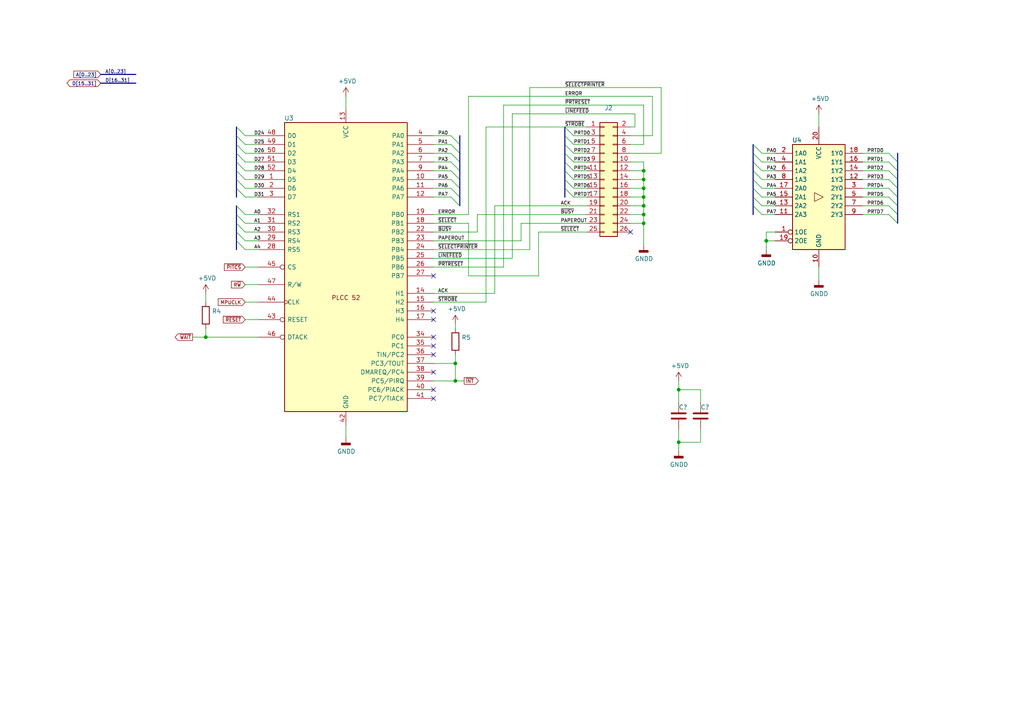
<source format=kicad_sch>
(kicad_sch (version 20211123) (generator eeschema)
  (paper "A4")
  (lib_symbols
    (symbol "74xx:74HC244"
      (property "Reference" "U" (at -7.62 16.51 0))
      (property "Value" "74HC244" (at -7.62 -16.51 0))
      (symbol "74HC244_1_0"
        (polyline (pts (xy 1.27 0) (xy -1.27 1.27) (xy -1.27 -1.27) (xy 1.27 0)) (stroke (width 0.1524)))
        (pin input inverted (at -12.7 -10.16 0) (length 5.08) (name "1OE") (number "1"))
        (pin power_in line (at 0 -20.32 90) (length 5.08) (name "GND") (number "10"))
        (pin input line (at -12.7 -5.08 0) (length 5.08) (name "2A3") (number "11"))
        (pin tri_state line (at 12.7 5.08 180) (length 5.08) (name "1Y3") (number "12"))
        (pin input line (at -12.7 -2.54 0) (length 5.08) (name "2A2") (number "13"))
        (pin tri_state line (at 12.7 7.62 180) (length 5.08) (name "1Y2") (number "14"))
        (pin input line (at -12.7 0 0) (length 5.08) (name "2A1") (number "15"))
        (pin tri_state line (at 12.7 10.16 180) (length 5.08) (name "1Y1") (number "16"))
        (pin input line (at -12.7 2.54 0) (length 5.08) (name "2A0") (number "17"))
        (pin tri_state line (at 12.7 12.7 180) (length 5.08) (name "1Y0") (number "18"))
        (pin input inverted (at -12.7 -12.7 0) (length 5.08) (name "2OE") (number "19"))
        (pin input line (at -12.7 12.7 0) (length 5.08) (name "1A0") (number "2"))
        (pin power_in line (at 0 20.32 270) (length 5.08) (name "VCC") (number "20"))
        (pin tri_state line (at 12.7 2.54 180) (length 5.08) (name "2Y0") (number "3"))
        (pin input line (at -12.7 10.16 0) (length 5.08) (name "1A1") (number "4"))
        (pin tri_state line (at 12.7 0 180) (length 5.08) (name "2Y1") (number "5"))
        (pin input line (at -12.7 7.62 0) (length 5.08) (name "1A2") (number "6"))
        (pin tri_state line (at 12.7 -2.54 180) (length 5.08) (name "2Y2") (number "7"))
        (pin input line (at -12.7 5.08 0) (length 5.08) (name "1A3") (number "8"))
        (pin tri_state line (at 12.7 -5.08 180) (length 5.08) (name "2Y3") (number "9"))
      )
      (symbol "74HC244_1_1"
        (rectangle (start -7.62 15.24) (end 7.62 -15.24) (stroke (width 0.254)) (fill (type background)))
      )
    )
    (symbol "Aslak:MC68230" (pin_names (offset 0.762))
      (property "Reference" "U" (at 0 3.81 0))
      (property "Value" "Aslak_MC68230" (at 0 -3.81 0))
      (symbol "MC68230_0_0"
        (text "PLCC 52" (at 0 -8.89 0) (effects (font (size 1.27 1.27))))
      )
      (symbol "MC68230_0_1"
        (rectangle (start -17.78 41.91) (end 17.78 -41.91) (stroke (width 0.254)) (fill (type background)))
      )
      (symbol "MC68230_1_1"
        (pin tri_state line (at -25.4 25.4 0) (length 7.62) (name "D5") (number "1"))
        (pin bidirectional line (at 25.4 25.4 180) (length 7.62) (name "PA5") (number "10"))
        (pin bidirectional line (at 25.4 22.86 180) (length 7.62) (name "PA6") (number "11"))
        (pin bidirectional line (at 25.4 20.32 180) (length 7.62) (name "PA7") (number "12"))
        (pin power_in line (at 0 45.72 270) (length 3.81) (name "VCC") (number "13"))
        (pin input line (at 25.4 -7.62 180) (length 7.62) (name "H1") (number "14"))
        (pin bidirectional line (at 25.4 -10.16 180) (length 7.62) (name "H2") (number "15"))
        (pin input line (at 25.4 -12.7 180) (length 7.62) (name "H3") (number "16"))
        (pin bidirectional line (at 25.4 -15.24 180) (length 7.62) (name "H4") (number "17"))
        (pin bidirectional line (at 25.4 12.7 180) (length 7.62) (name "PB1") (number "18"))
        (pin bidirectional line (at 25.4 15.24 180) (length 7.62) (name "PB0") (number "19"))
        (pin tri_state line (at -25.4 22.86 0) (length 7.62) (name "D6") (number "2"))
        (pin bidirectional line (at 25.4 10.16 180) (length 7.62) (name "PB2") (number "22"))
        (pin bidirectional line (at 25.4 7.62 180) (length 7.62) (name "PB3") (number "23"))
        (pin bidirectional line (at 25.4 5.08 180) (length 7.62) (name "PB4") (number "24"))
        (pin bidirectional line (at 25.4 2.54 180) (length 7.62) (name "PB5") (number "25"))
        (pin bidirectional line (at 25.4 0 180) (length 7.62) (name "PB6") (number "26"))
        (pin bidirectional line (at 25.4 -2.54 180) (length 7.62) (name "PB7") (number "27"))
        (pin input line (at -25.4 5.08 0) (length 7.62) (name "RS5") (number "28"))
        (pin input line (at -25.4 7.62 0) (length 7.62) (name "RS4") (number "29"))
        (pin tri_state line (at -25.4 20.32 0) (length 7.62) (name "D7") (number "3"))
        (pin input line (at -25.4 10.16 0) (length 7.62) (name "RS3") (number "30"))
        (pin input line (at -25.4 12.7 0) (length 7.62) (name "RS2") (number "31"))
        (pin input line (at -25.4 15.24 0) (length 7.62) (name "RS1") (number "32"))
        (pin bidirectional line (at 25.4 -20.32 180) (length 7.62) (name "PC0") (number "34"))
        (pin bidirectional line (at 25.4 -22.86 180) (length 7.62) (name "PC1") (number "35"))
        (pin bidirectional line (at 25.4 -25.4 180) (length 7.62) (name "TIN/PC2") (number "36"))
        (pin bidirectional line (at 25.4 -27.94 180) (length 7.62) (name "PC3/TOUT") (number "37"))
        (pin bidirectional line (at 25.4 -30.48 180) (length 7.62) (name "DMAREQ/PC4") (number "38"))
        (pin bidirectional line (at 25.4 -33.02 180) (length 7.62) (name "PC5/PIRQ") (number "39"))
        (pin bidirectional line (at 25.4 38.1 180) (length 7.62) (name "PA0") (number "4"))
        (pin bidirectional line (at 25.4 -35.56 180) (length 7.62) (name "PC6/PIACK") (number "40"))
        (pin bidirectional line (at 25.4 -38.1 180) (length 7.62) (name "PC7/TIACK") (number "41"))
        (pin power_in line (at 0 -45.72 90) (length 3.81) (name "GND") (number "42"))
        (pin input inverted (at -25.4 -15.24 0) (length 7.62) (name "RESET") (number "43"))
        (pin input clock (at -25.4 -10.16 0) (length 7.62) (name "CLK") (number "44"))
        (pin input inverted (at -25.4 0 0) (length 7.62) (name "CS") (number "45"))
        (pin open_collector inverted (at -25.4 -20.32 0) (length 7.62) (name "DTACK") (number "46"))
        (pin input line (at -25.4 -5.08 0) (length 7.62) (name "R/W") (number "47"))
        (pin tri_state line (at -25.4 38.1 0) (length 7.62) (name "D0") (number "48"))
        (pin tri_state line (at -25.4 35.56 0) (length 7.62) (name "D1") (number "49"))
        (pin bidirectional line (at 25.4 35.56 180) (length 7.62) (name "PA1") (number "5"))
        (pin tri_state line (at -25.4 33.02 0) (length 7.62) (name "D2") (number "50"))
        (pin tri_state line (at -25.4 30.48 0) (length 7.62) (name "D3") (number "51"))
        (pin tri_state line (at -25.4 27.94 0) (length 7.62) (name "D4") (number "52"))
        (pin bidirectional line (at 25.4 33.02 180) (length 7.62) (name "PA2") (number "6"))
        (pin bidirectional line (at 25.4 30.48 180) (length 7.62) (name "PA3") (number "7"))
        (pin bidirectional line (at 25.4 27.94 180) (length 7.62) (name "PA4") (number "9"))
      )
    )
    (symbol "Connector_Generic:Conn_02x13_Odd_Even" (pin_names (offset 1.016) hide)
      (property "Reference" "J" (at 1.27 17.78 0))
      (property "Value" "Conn_02x13_Odd_Even" (at 1.27 -17.78 0))
      (symbol "Conn_02x13_Odd_Even_1_1"
        (rectangle (start -1.27 -15.113) (end 0 -15.367) (stroke (width 0.1524)))
        (rectangle (start -1.27 -12.573) (end 0 -12.827) (stroke (width 0.1524)))
        (rectangle (start -1.27 -10.033) (end 0 -10.287) (stroke (width 0.1524)))
        (rectangle (start -1.27 -7.493) (end 0 -7.747) (stroke (width 0.1524)))
        (rectangle (start -1.27 -4.953) (end 0 -5.207) (stroke (width 0.1524)))
        (rectangle (start -1.27 -2.413) (end 0 -2.667) (stroke (width 0.1524)))
        (rectangle (start -1.27 0.127) (end 0 -0.127) (stroke (width 0.1524)))
        (rectangle (start -1.27 2.667) (end 0 2.413) (stroke (width 0.1524)))
        (rectangle (start -1.27 5.207) (end 0 4.953) (stroke (width 0.1524)))
        (rectangle (start -1.27 7.747) (end 0 7.493) (stroke (width 0.1524)))
        (rectangle (start -1.27 10.287) (end 0 10.033) (stroke (width 0.1524)))
        (rectangle (start -1.27 12.827) (end 0 12.573) (stroke (width 0.1524)))
        (rectangle (start -1.27 15.367) (end 0 15.113) (stroke (width 0.1524)))
        (rectangle (start -1.27 16.51) (end 3.81 -16.51) (stroke (width 0.254)) (fill (type background)))
        (rectangle (start 3.81 -15.113) (end 2.54 -15.367) (stroke (width 0.1524)))
        (rectangle (start 3.81 -12.573) (end 2.54 -12.827) (stroke (width 0.1524)))
        (rectangle (start 3.81 -10.033) (end 2.54 -10.287) (stroke (width 0.1524)))
        (rectangle (start 3.81 -7.493) (end 2.54 -7.747) (stroke (width 0.1524)))
        (rectangle (start 3.81 -4.953) (end 2.54 -5.207) (stroke (width 0.1524)))
        (rectangle (start 3.81 -2.413) (end 2.54 -2.667) (stroke (width 0.1524)))
        (rectangle (start 3.81 0.127) (end 2.54 -0.127) (stroke (width 0.1524)))
        (rectangle (start 3.81 2.667) (end 2.54 2.413) (stroke (width 0.1524)))
        (rectangle (start 3.81 5.207) (end 2.54 4.953) (stroke (width 0.1524)))
        (rectangle (start 3.81 7.747) (end 2.54 7.493) (stroke (width 0.1524)))
        (rectangle (start 3.81 10.287) (end 2.54 10.033) (stroke (width 0.1524)))
        (rectangle (start 3.81 12.827) (end 2.54 12.573) (stroke (width 0.1524)))
        (rectangle (start 3.81 15.367) (end 2.54 15.113) (stroke (width 0.1524)))
        (pin passive line (at -5.08 15.24 0) (length 3.81) (name "Pin_1") (number "1"))
        (pin passive line (at 7.62 5.08 180) (length 3.81) (name "Pin_10") (number "10"))
        (pin passive line (at -5.08 2.54 0) (length 3.81) (name "Pin_11") (number "11"))
        (pin passive line (at 7.62 2.54 180) (length 3.81) (name "Pin_12") (number "12"))
        (pin passive line (at -5.08 0 0) (length 3.81) (name "Pin_13") (number "13"))
        (pin passive line (at 7.62 0 180) (length 3.81) (name "Pin_14") (number "14"))
        (pin passive line (at -5.08 -2.54 0) (length 3.81) (name "Pin_15") (number "15"))
        (pin passive line (at 7.62 -2.54 180) (length 3.81) (name "Pin_16") (number "16"))
        (pin passive line (at -5.08 -5.08 0) (length 3.81) (name "Pin_17") (number "17"))
        (pin passive line (at 7.62 -5.08 180) (length 3.81) (name "Pin_18") (number "18"))
        (pin passive line (at -5.08 -7.62 0) (length 3.81) (name "Pin_19") (number "19"))
        (pin passive line (at 7.62 15.24 180) (length 3.81) (name "Pin_2") (number "2"))
        (pin passive line (at 7.62 -7.62 180) (length 3.81) (name "Pin_20") (number "20"))
        (pin passive line (at -5.08 -10.16 0) (length 3.81) (name "Pin_21") (number "21"))
        (pin passive line (at 7.62 -10.16 180) (length 3.81) (name "Pin_22") (number "22"))
        (pin passive line (at -5.08 -12.7 0) (length 3.81) (name "Pin_23") (number "23"))
        (pin passive line (at 7.62 -12.7 180) (length 3.81) (name "Pin_24") (number "24"))
        (pin passive line (at -5.08 -15.24 0) (length 3.81) (name "Pin_25") (number "25"))
        (pin passive line (at 7.62 -15.24 180) (length 3.81) (name "Pin_26") (number "26"))
        (pin passive line (at -5.08 12.7 0) (length 3.81) (name "Pin_3") (number "3"))
        (pin passive line (at 7.62 12.7 180) (length 3.81) (name "Pin_4") (number "4"))
        (pin passive line (at -5.08 10.16 0) (length 3.81) (name "Pin_5") (number "5"))
        (pin passive line (at 7.62 10.16 180) (length 3.81) (name "Pin_6") (number "6"))
        (pin passive line (at -5.08 7.62 0) (length 3.81) (name "Pin_7") (number "7"))
        (pin passive line (at 7.62 7.62 180) (length 3.81) (name "Pin_8") (number "8"))
        (pin passive line (at -5.08 5.08 0) (length 3.81) (name "Pin_9") (number "9"))
      )
    )
    (symbol "Device:C" (pin_numbers hide) (pin_names (offset 0.254))
      (property "Reference" "C" (at 0.635 2.54 0))
      (property "Value" "C" (at 0.635 -2.54 0))
      (symbol "C_0_1"
        (polyline (pts (xy -2.032 -0.762) (xy 2.032 -0.762)) (stroke (width 0.508)))
        (polyline (pts (xy -2.032 0.762) (xy 2.032 0.762)) (stroke (width 0.508)))
      )
      (symbol "C_1_1"
        (pin passive line (at 0 3.81 270) (length 2.794) (name "~") (number "1"))
        (pin passive line (at 0 -3.81 90) (length 2.794) (name "~") (number "2"))
      )
    )
    (symbol "Device:R" (pin_numbers hide) (pin_names (offset 0))
      (property "Reference" "R" (at 2.032 0 90))
      (property "Value" "R" (at 0 0 90))
      (symbol "R_0_1"
        (rectangle (start -1.016 -2.54) (end 1.016 2.54) (stroke (width 0.254)))
      )
      (symbol "R_1_1"
        (pin passive line (at 0 3.81 270) (length 1.27) (name "~") (number "1"))
        (pin passive line (at 0 -3.81 90) (length 1.27) (name "~") (number "2"))
      )
    )
    (symbol "power:+5VD" (power) (pin_names (offset 0))
      (property "Value" "+5VD" (at 0 3.556 0))
      (symbol "+5VD_0_1"
        (polyline (pts (xy -0.762 1.27) (xy 0 2.54)))
        (polyline (pts (xy 0 0) (xy 0 2.54)))
        (polyline (pts (xy 0 2.54) (xy 0.762 1.27)))
      )
      (symbol "+5VD_1_1"
        (pin power_in line (at 0 0 90) (length 0) hide (name "+5VD") (number "1"))
      )
    )
    (symbol "power:GNDD" (power) (pin_names (offset 0))
      (property "Value" "GNDD" (at 0 -3.175 0))
      (symbol "GNDD_0_1"
        (rectangle (start -1.27 -1.524) (end 1.27 -2.032) (stroke (width 0.254)) (fill (type outline)))
        (polyline (pts (xy 0 0) (xy 0 -1.524)))
      )
      (symbol "GNDD_1_1"
        (pin power_in line (at 0 0 270) (length 0) hide (name "GNDD") (number "1"))
      )
    )
  )
  (junction (at 59.69 97.79))
  (junction (at 186.69 59.69))
  (junction (at 132.08 105.41))
  (junction (at 186.69 52.07))
  (junction (at 196.85 128.27))
  (junction (at 186.69 49.53))
  (junction (at 222.25 69.85))
  (junction (at 186.69 54.61))
  (junction (at 186.69 62.23))
  (junction (at 186.69 64.77))
  (junction (at 186.69 57.15))
  (junction (at 196.85 113.03))
  (junction (at 132.08 110.49))
  (no_connect (at 125.73 113.03))
  (no_connect (at 125.73 102.87))
  (no_connect (at 125.73 80.01))
  (no_connect (at 125.73 100.33))
  (no_connect (at 182.88 67.31))
  (no_connect (at 125.73 115.57))
  (no_connect (at 125.73 107.95))
  (no_connect (at 125.73 97.79))
  (no_connect (at 125.73 92.71))
  (no_connect (at 125.73 90.17))
  (bus_entry (at 163.83 54.61) (size 2.54 2.54))
  (bus_entry (at 257.81 59.69) (size 2.54 2.54))
  (bus_entry (at 163.83 46.99) (size 2.54 2.54))
  (bus_entry (at 130.81 52.07) (size 2.54 2.54))
  (bus_entry (at 68.58 59.69) (size 2.54 2.54))
  (bus_entry (at 163.83 52.07) (size 2.54 2.54))
  (bus_entry (at 218.44 57.15) (size 2.54 2.54))
  (bus_entry (at 68.58 52.07) (size 2.54 2.54))
  (bus_entry (at 257.81 44.45) (size 2.54 2.54))
  (bus_entry (at 130.81 39.37) (size 2.54 2.54))
  (bus_entry (at 68.58 69.85) (size 2.54 2.54))
  (bus_entry (at 130.81 54.61) (size 2.54 2.54))
  (bus_entry (at 68.58 54.61) (size 2.54 2.54))
  (bus_entry (at 257.81 54.61) (size 2.54 2.54))
  (bus_entry (at 68.58 46.99) (size 2.54 2.54))
  (bus_entry (at 130.81 41.91) (size 2.54 2.54))
  (bus_entry (at 257.81 49.53) (size 2.54 2.54))
  (bus_entry (at 68.58 44.45) (size 2.54 2.54))
  (bus_entry (at 163.83 36.83) (size 2.54 2.54))
  (bus_entry (at 68.58 41.91) (size 2.54 2.54))
  (bus_entry (at 68.58 64.77) (size 2.54 2.54))
  (bus_entry (at 218.44 54.61) (size 2.54 2.54))
  (bus_entry (at 130.81 49.53) (size 2.54 2.54))
  (bus_entry (at 218.44 46.99) (size 2.54 2.54))
  (bus_entry (at 163.83 49.53) (size 2.54 2.54))
  (bus_entry (at 163.83 44.45) (size 2.54 2.54))
  (bus_entry (at 257.81 46.99) (size 2.54 2.54))
  (bus_entry (at 218.44 41.91) (size 2.54 2.54))
  (bus_entry (at 218.44 59.69) (size 2.54 2.54))
  (bus_entry (at 218.44 52.07) (size 2.54 2.54))
  (bus_entry (at 218.44 49.53) (size 2.54 2.54))
  (bus_entry (at 257.81 57.15) (size 2.54 2.54))
  (bus_entry (at 218.44 44.45) (size 2.54 2.54))
  (bus_entry (at 257.81 62.23) (size 2.54 2.54))
  (bus_entry (at 257.81 52.07) (size 2.54 2.54))
  (bus_entry (at 130.81 44.45) (size 2.54 2.54))
  (bus_entry (at 130.81 46.99) (size 2.54 2.54))
  (bus_entry (at 68.58 36.83) (size 2.54 2.54))
  (bus_entry (at 163.83 41.91) (size 2.54 2.54))
  (bus_entry (at 163.83 39.37) (size 2.54 2.54))
  (bus_entry (at 68.58 62.23) (size 2.54 2.54))
  (bus_entry (at 68.58 67.31) (size 2.54 2.54))
  (bus_entry (at 68.58 49.53) (size 2.54 2.54))
  (bus_entry (at 68.58 39.37) (size 2.54 2.54))
  (bus_entry (at 130.81 57.15) (size 2.54 2.54))
  (bus (pts (xy 260.35 49.53) (xy 260.35 52.07)))
  (wire (pts (xy 224.79 46.99) (xy 220.98 46.99)))
  (wire (pts (xy 182.88 41.91) (xy 186.69 41.91)))
  (bus (pts (xy 163.83 54.61) (xy 163.83 57.15)))
  (wire (pts (xy 74.93 52.07) (xy 71.12 52.07)))
  (wire (pts (xy 132.08 102.87) (xy 132.08 105.41)))
  (wire (pts (xy 125.73 85.09) (xy 143.51 85.09)))
  (wire (pts (xy 130.81 52.07) (xy 125.73 52.07)))
  (wire (pts (xy 130.81 54.61) (xy 125.73 54.61)))
  (wire (pts (xy 203.2 128.27) (xy 203.2 124.46)))
  (wire (pts (xy 186.69 54.61) (xy 186.69 57.15)))
  (wire (pts (xy 74.93 44.45) (xy 71.12 44.45)))
  (wire (pts (xy 170.18 46.99) (xy 166.37 46.99)))
  (wire (pts (xy 125.73 64.77) (xy 135.89 64.77)))
  (wire (pts (xy 224.79 54.61) (xy 220.98 54.61)))
  (wire (pts (xy 257.81 44.45) (xy 250.19 44.45)))
  (bus (pts (xy 163.83 39.37) (xy 163.83 41.91)))
  (wire (pts (xy 203.2 113.03) (xy 196.85 113.03)))
  (bus (pts (xy 68.58 59.69) (xy 68.58 62.23)))
  (wire (pts (xy 130.81 41.91) (xy 125.73 41.91)))
  (bus (pts (xy 68.58 46.99) (xy 68.58 49.53)))
  (bus (pts (xy 163.83 44.45) (xy 163.83 46.99)))
  (wire (pts (xy 257.81 54.61) (xy 250.19 54.61)))
  (wire (pts (xy 196.85 128.27) (xy 196.85 130.81)))
  (wire (pts (xy 186.69 64.77) (xy 186.69 71.12)))
  (bus (pts (xy 29.21 21.59) (xy 39.37 21.59)))
  (wire (pts (xy 222.25 67.31) (xy 222.25 69.85)))
  (wire (pts (xy 100.33 123.19) (xy 100.33 127)))
  (bus (pts (xy 68.58 69.85) (xy 68.58 72.39)))
  (wire (pts (xy 74.93 87.63) (xy 71.12 87.63)))
  (wire (pts (xy 74.93 49.53) (xy 71.12 49.53)))
  (wire (pts (xy 135.89 64.77) (xy 135.89 80.01)))
  (wire (pts (xy 182.88 49.53) (xy 186.69 49.53)))
  (bus (pts (xy 68.58 64.77) (xy 68.58 67.31)))
  (wire (pts (xy 224.79 62.23) (xy 220.98 62.23)))
  (wire (pts (xy 156.21 80.01) (xy 156.21 67.31)))
  (wire (pts (xy 132.08 95.25) (xy 132.08 93.98)))
  (bus (pts (xy 260.35 57.15) (xy 260.35 59.69)))
  (wire (pts (xy 125.73 74.93) (xy 148.59 74.93)))
  (bus (pts (xy 218.44 54.61) (xy 218.44 57.15)))
  (bus (pts (xy 218.44 44.45) (xy 218.44 46.99)))
  (wire (pts (xy 257.81 52.07) (xy 250.19 52.07)))
  (bus (pts (xy 68.58 62.23) (xy 68.58 64.77)))
  (wire (pts (xy 148.59 74.93) (xy 148.59 33.02)))
  (bus (pts (xy 133.35 52.07) (xy 133.35 54.61)))
  (bus (pts (xy 68.58 39.37) (xy 68.58 41.91)))
  (bus (pts (xy 260.35 54.61) (xy 260.35 57.15)))
  (wire (pts (xy 74.93 92.71) (xy 71.12 92.71)))
  (wire (pts (xy 170.18 44.45) (xy 166.37 44.45)))
  (bus (pts (xy 218.44 49.53) (xy 218.44 52.07)))
  (wire (pts (xy 182.88 57.15) (xy 186.69 57.15)))
  (wire (pts (xy 224.79 44.45) (xy 220.98 44.45)))
  (wire (pts (xy 59.69 85.09) (xy 59.69 87.63)))
  (wire (pts (xy 163.83 36.83) (xy 170.18 36.83)))
  (wire (pts (xy 74.93 64.77) (xy 71.12 64.77)))
  (wire (pts (xy 153.67 25.4) (xy 191.77 25.4)))
  (bus (pts (xy 133.35 49.53) (xy 133.35 52.07)))
  (bus (pts (xy 68.58 67.31) (xy 68.58 69.85)))
  (bus (pts (xy 163.83 49.53) (xy 163.83 52.07)))
  (wire (pts (xy 153.67 72.39) (xy 153.67 25.4)))
  (wire (pts (xy 186.69 49.53) (xy 186.69 52.07)))
  (wire (pts (xy 74.93 72.39) (xy 71.12 72.39)))
  (wire (pts (xy 184.15 36.83) (xy 184.15 33.02)))
  (wire (pts (xy 125.73 77.47) (xy 146.05 77.47)))
  (wire (pts (xy 224.79 59.69) (xy 220.98 59.69)))
  (bus (pts (xy 163.83 41.91) (xy 163.83 44.45)))
  (wire (pts (xy 74.93 46.99) (xy 71.12 46.99)))
  (wire (pts (xy 132.08 110.49) (xy 132.08 105.41)))
  (wire (pts (xy 100.33 31.75) (xy 100.33 27.94)))
  (bus (pts (xy 163.83 36.83) (xy 163.83 39.37)))
  (wire (pts (xy 186.69 41.91) (xy 186.69 30.48)))
  (wire (pts (xy 74.93 77.47) (xy 71.12 77.47)))
  (wire (pts (xy 146.05 30.48) (xy 186.69 30.48)))
  (bus (pts (xy 218.44 41.91) (xy 218.44 44.45)))
  (wire (pts (xy 125.73 67.31) (xy 138.43 67.31)))
  (wire (pts (xy 151.13 64.77) (xy 170.18 64.77)))
  (wire (pts (xy 170.18 41.91) (xy 166.37 41.91)))
  (wire (pts (xy 186.69 59.69) (xy 186.69 62.23)))
  (wire (pts (xy 59.69 97.79) (xy 55.88 97.79)))
  (bus (pts (xy 218.44 46.99) (xy 218.44 49.53)))
  (wire (pts (xy 74.93 57.15) (xy 71.12 57.15)))
  (wire (pts (xy 74.93 62.23) (xy 71.12 62.23)))
  (wire (pts (xy 132.08 105.41) (xy 125.73 105.41)))
  (wire (pts (xy 74.93 97.79) (xy 59.69 97.79)))
  (wire (pts (xy 186.69 62.23) (xy 186.69 64.77)))
  (wire (pts (xy 130.81 49.53) (xy 125.73 49.53)))
  (wire (pts (xy 143.51 85.09) (xy 143.51 59.69)))
  (wire (pts (xy 135.89 62.23) (xy 125.73 62.23)))
  (wire (pts (xy 257.81 46.99) (xy 250.19 46.99)))
  (wire (pts (xy 138.43 67.31) (xy 138.43 62.23)))
  (bus (pts (xy 260.35 62.23) (xy 260.35 64.77)))
  (wire (pts (xy 182.88 62.23) (xy 186.69 62.23)))
  (wire (pts (xy 182.88 39.37) (xy 189.23 39.37)))
  (wire (pts (xy 74.93 67.31) (xy 71.12 67.31)))
  (wire (pts (xy 224.79 52.07) (xy 220.98 52.07)))
  (wire (pts (xy 196.85 113.03) (xy 196.85 110.49)))
  (bus (pts (xy 260.35 52.07) (xy 260.35 54.61)))
  (bus (pts (xy 29.21 24.13) (xy 39.37 24.13)))
  (wire (pts (xy 170.18 67.31) (xy 156.21 67.31)))
  (bus (pts (xy 218.44 59.69) (xy 218.44 62.23)))
  (wire (pts (xy 182.88 64.77) (xy 186.69 64.77)))
  (wire (pts (xy 191.77 44.45) (xy 191.77 25.4)))
  (wire (pts (xy 140.97 36.83) (xy 140.97 87.63)))
  (wire (pts (xy 196.85 128.27) (xy 196.85 124.46)))
  (wire (pts (xy 182.88 54.61) (xy 186.69 54.61)))
  (wire (pts (xy 170.18 54.61) (xy 166.37 54.61)))
  (wire (pts (xy 74.93 41.91) (xy 71.12 41.91)))
  (wire (pts (xy 182.88 46.99) (xy 186.69 46.99)))
  (bus (pts (xy 163.83 46.99) (xy 163.83 49.53)))
  (bus (pts (xy 260.35 59.69) (xy 260.35 62.23)))
  (wire (pts (xy 224.79 69.85) (xy 222.25 69.85)))
  (wire (pts (xy 130.81 44.45) (xy 125.73 44.45)))
  (wire (pts (xy 203.2 116.84) (xy 203.2 113.03)))
  (wire (pts (xy 224.79 67.31) (xy 222.25 67.31)))
  (wire (pts (xy 140.97 87.63) (xy 125.73 87.63)))
  (bus (pts (xy 68.58 49.53) (xy 68.58 52.07)))
  (wire (pts (xy 196.85 113.03) (xy 196.85 116.84)))
  (wire (pts (xy 130.81 57.15) (xy 125.73 57.15)))
  (wire (pts (xy 151.13 69.85) (xy 151.13 64.77)))
  (wire (pts (xy 74.93 54.61) (xy 71.12 54.61)))
  (wire (pts (xy 130.81 46.99) (xy 125.73 46.99)))
  (wire (pts (xy 182.88 59.69) (xy 186.69 59.69)))
  (bus (pts (xy 133.35 41.91) (xy 133.35 44.45)))
  (wire (pts (xy 125.73 110.49) (xy 132.08 110.49)))
  (wire (pts (xy 130.81 39.37) (xy 125.73 39.37)))
  (wire (pts (xy 237.49 77.47) (xy 237.49 81.28)))
  (wire (pts (xy 182.88 52.07) (xy 186.69 52.07)))
  (bus (pts (xy 133.35 44.45) (xy 133.35 46.99)))
  (wire (pts (xy 74.93 39.37) (xy 71.12 39.37)))
  (bus (pts (xy 133.35 39.37) (xy 133.35 41.91)))
  (wire (pts (xy 237.49 36.83) (xy 237.49 33.02)))
  (bus (pts (xy 218.44 57.15) (xy 218.44 59.69)))
  (wire (pts (xy 182.88 44.45) (xy 191.77 44.45)))
  (wire (pts (xy 146.05 77.47) (xy 146.05 30.48)))
  (bus (pts (xy 218.44 52.07) (xy 218.44 54.61)))
  (bus (pts (xy 163.83 52.07) (xy 163.83 54.61)))
  (bus (pts (xy 133.35 46.99) (xy 133.35 49.53)))
  (wire (pts (xy 74.93 69.85) (xy 71.12 69.85)))
  (wire (pts (xy 222.25 69.85) (xy 222.25 72.39)))
  (wire (pts (xy 186.69 52.07) (xy 186.69 54.61)))
  (bus (pts (xy 68.58 41.91) (xy 68.58 44.45)))
  (bus (pts (xy 68.58 52.07) (xy 68.58 54.61)))
  (wire (pts (xy 143.51 59.69) (xy 170.18 59.69)))
  (wire (pts (xy 135.89 27.94) (xy 189.23 27.94)))
  (wire (pts (xy 257.81 49.53) (xy 250.19 49.53)))
  (bus (pts (xy 133.35 54.61) (xy 133.35 57.15)))
  (wire (pts (xy 257.81 59.69) (xy 250.19 59.69)))
  (wire (pts (xy 125.73 72.39) (xy 153.67 72.39)))
  (wire (pts (xy 186.69 57.15) (xy 186.69 59.69)))
  (bus (pts (xy 260.35 44.45) (xy 260.35 46.99)))
  (wire (pts (xy 224.79 57.15) (xy 220.98 57.15)))
  (wire (pts (xy 140.97 36.83) (xy 163.83 36.83)))
  (wire (pts (xy 59.69 95.25) (xy 59.69 97.79)))
  (wire (pts (xy 135.89 80.01) (xy 156.21 80.01)))
  (wire (pts (xy 132.08 110.49) (xy 134.62 110.49)))
  (bus (pts (xy 68.58 44.45) (xy 68.58 46.99)))
  (wire (pts (xy 182.88 36.83) (xy 184.15 36.83)))
  (wire (pts (xy 74.93 82.55) (xy 71.12 82.55)))
  (wire (pts (xy 170.18 52.07) (xy 166.37 52.07)))
  (wire (pts (xy 170.18 57.15) (xy 166.37 57.15)))
  (wire (pts (xy 148.59 33.02) (xy 184.15 33.02)))
  (wire (pts (xy 170.18 39.37) (xy 166.37 39.37)))
  (bus (pts (xy 68.58 36.83) (xy 68.58 39.37)))
  (wire (pts (xy 224.79 49.53) (xy 220.98 49.53)))
  (wire (pts (xy 257.81 62.23) (xy 250.19 62.23)))
  (wire (pts (xy 125.73 69.85) (xy 151.13 69.85)))
  (wire (pts (xy 186.69 46.99) (xy 186.69 49.53)))
  (wire (pts (xy 170.18 49.53) (xy 166.37 49.53)))
  (bus (pts (xy 133.35 57.15) (xy 133.35 59.69)))
  (wire (pts (xy 138.43 62.23) (xy 170.18 62.23)))
  (bus (pts (xy 68.58 54.61) (xy 68.58 57.15)))
  (bus (pts (xy 260.35 46.99) (xy 260.35 49.53)))
  (wire (pts (xy 189.23 39.37) (xy 189.23 27.94)))
  (wire (pts (xy 257.81 57.15) (xy 250.19 57.15)))
  (wire (pts (xy 135.89 27.94) (xy 135.89 62.23)))
  (wire (pts (xy 196.85 128.27) (xy 203.2 128.27)))
  (label "PRTD2" (at 166.37 44.45 0) (effects (font (size 0.9906 0.9906))))
  (label "PRTD2" (at 251.46 49.53 0) (effects (font (size 0.9906 0.9906))))
  (label "PRTD1" (at 251.46 46.99 0) (effects (font (size 0.9906 0.9906))))
  (label "PA5" (at 127 52.07 0) (effects (font (size 0.9906 0.9906))))
  (label "~{LINEFEED}" (at 163.83 33.02 0) (effects (font (size 0.9906 0.9906))))
  (label "A4" (at 73.66 72.39 0) (effects (font (size 0.9906 0.9906))))
  (label "~{SELECT}" (at 162.56 67.31 0) (effects (font (size 0.9906 0.9906))))
  (label "D30" (at 73.66 54.61 0) (effects (font (size 0.9906 0.9906))))
  (label "PRTD3" (at 166.37 46.99 0) (effects (font (size 0.9906 0.9906))))
  (label "PRTD0" (at 251.46 44.45 0) (effects (font (size 0.9906 0.9906))))
  (label "PA0" (at 222.25 44.45 0) (effects (font (size 0.9906 0.9906))))
  (label "~{PRTRESET}" (at 163.83 30.48 0) (effects (font (size 0.9906 0.9906))))
  (label "~{BUSY}" (at 127 67.31 0) (effects (font (size 0.9906 0.9906))))
  (label "D24" (at 73.66 39.37 0) (effects (font (size 0.9906 0.9906))))
  (label "PA7" (at 222.25 62.23 0) (effects (font (size 0.9906 0.9906))))
  (label "PA3" (at 127 46.99 0) (effects (font (size 0.9906 0.9906))))
  (label "PRTD5" (at 166.37 52.07 0) (effects (font (size 0.9906 0.9906))))
  (label "D[16..31]" (at 30.48 24.13 0) (effects (font (size 0.9906 0.9906))))
  (label "PA4" (at 222.25 54.61 0) (effects (font (size 0.9906 0.9906))))
  (label "A3" (at 73.66 69.85 0) (effects (font (size 0.9906 0.9906))))
  (label "A0" (at 73.66 62.23 0) (effects (font (size 0.9906 0.9906))))
  (label "D28" (at 73.66 49.53 0) (effects (font (size 0.9906 0.9906))))
  (label "~{BUSY}" (at 162.56 62.23 0) (effects (font (size 0.9906 0.9906))))
  (label "D27" (at 73.66 46.99 0) (effects (font (size 0.9906 0.9906))))
  (label "PA5" (at 222.25 57.15 0) (effects (font (size 0.9906 0.9906))))
  (label "~{SELECTPRINTER}" (at 163.83 25.4 0) (effects (font (size 0.9906 0.9906))))
  (label "~{SELECTPRINTER}" (at 127 72.39 0) (effects (font (size 0.9906 0.9906))))
  (label "PRTD6" (at 166.37 54.61 0) (effects (font (size 0.9906 0.9906))))
  (label "PA2" (at 222.25 49.53 0) (effects (font (size 0.9906 0.9906))))
  (label "~{PRTRESET}" (at 127 77.47 0) (effects (font (size 0.9906 0.9906))))
  (label "D29" (at 73.66 52.07 0) (effects (font (size 0.9906 0.9906))))
  (label "PA1" (at 222.25 46.99 0) (effects (font (size 0.9906 0.9906))))
  (label "D31" (at 73.66 57.15 0) (effects (font (size 0.9906 0.9906))))
  (label "PA3" (at 222.25 52.07 0) (effects (font (size 0.9906 0.9906))))
  (label "PA6" (at 222.25 59.69 0) (effects (font (size 0.9906 0.9906))))
  (label "PA6" (at 127 54.61 0) (effects (font (size 0.9906 0.9906))))
  (label "PA0" (at 127 39.37 0) (effects (font (size 0.9906 0.9906))))
  (label "PRTD4" (at 166.37 49.53 0) (effects (font (size 0.9906 0.9906))))
  (label "PA7" (at 127 57.15 0) (effects (font (size 0.9906 0.9906))))
  (label "PA2" (at 127 44.45 0) (effects (font (size 0.9906 0.9906))))
  (label "ACK" (at 127 85.09 0) (effects (font (size 0.9906 0.9906))))
  (label "PRTD7" (at 251.46 62.23 0) (effects (font (size 0.9906 0.9906))))
  (label "D25" (at 73.66 41.91 0) (effects (font (size 0.9906 0.9906))))
  (label "PAPEROUT" (at 127 69.85 0) (effects (font (size 0.9906 0.9906))))
  (label "PA1" (at 127 41.91 0) (effects (font (size 0.9906 0.9906))))
  (label "A[0..23]" (at 30.48 21.59 0) (effects (font (size 0.9906 0.9906))))
  (label "D26" (at 73.66 44.45 0) (effects (font (size 0.9906 0.9906))))
  (label "PRTD5" (at 251.46 57.15 0) (effects (font (size 0.9906 0.9906))))
  (label "~{LINEFEED}" (at 127 74.93 0) (effects (font (size 0.9906 0.9906))))
  (label "ERROR" (at 127 62.23 0) (effects (font (size 0.9906 0.9906))))
  (label "PRTD1" (at 166.37 41.91 0) (effects (font (size 0.9906 0.9906))))
  (label "PA4" (at 127 49.53 0) (effects (font (size 0.9906 0.9906))))
  (label "A2" (at 73.66 67.31 0) (effects (font (size 0.9906 0.9906))))
  (label "~{STROBE}" (at 127 87.63 0) (effects (font (size 0.9906 0.9906))))
  (label "PRTD6" (at 251.46 59.69 0) (effects (font (size 0.9906 0.9906))))
  (label "ACK" (at 162.56 59.69 0) (effects (font (size 0.9906 0.9906))))
  (label "~{SELECT}" (at 127 64.77 0) (effects (font (size 0.9906 0.9906))))
  (label "PRTD4" (at 251.46 54.61 0) (effects (font (size 0.9906 0.9906))))
  (label "ERROR" (at 163.83 27.94 0) (effects (font (size 0.9906 0.9906))))
  (label "~{STROBE}" (at 163.83 36.83 0) (effects (font (size 0.9906 0.9906))))
  (label "PRTD7" (at 166.37 57.15 0) (effects (font (size 0.9906 0.9906))))
  (label "A1" (at 73.66 64.77 0) (effects (font (size 0.9906 0.9906))))
  (label "PRTD3" (at 251.46 52.07 0) (effects (font (size 0.9906 0.9906))))
  (label "PRTD0" (at 166.37 39.37 0) (effects (font (size 0.9906 0.9906))))
  (label "PAPEROUT" (at 162.56 64.77 0) (effects (font (size 0.9906 0.9906))))
  (global_label "~{PITCS}" (shape input) (at 71.12 77.47 180) (effects (font (size 0.9906 0.9906))) (property "Intersheet References" "${INTERSHEET_REFS}" (effects hide)))
  (global_label "~{RESET}" (shape input) (at 71.12 92.71 180) (effects (font (size 0.9906 0.9906))) (property "Intersheet References" "${INTERSHEET_REFS}" (effects hide)))
  (global_label "D[15..31]" (shape bidirectional) (at 29.21 24.13 180) (effects (font (size 0.9906 0.9906))) (property "Intersheet References" "${INTERSHEET_REFS}" (effects hide)))
  (global_label "A[0..23]" (shape input) (at 29.21 21.59 180) (effects (font (size 0.9906 0.9906))) (property "Intersheet References" "${INTERSHEET_REFS}" (effects hide)))
  (global_label "~{INT}" (shape output) (at 134.62 110.49 0) (effects (font (size 0.9906 0.9906))) (property "Intersheet References" "${INTERSHEET_REFS}" (effects hide)))
  (global_label "R~{W}" (shape input) (at 71.12 82.55 180) (effects (font (size 0.9906 0.9906))) (property "Intersheet References" "${INTERSHEET_REFS}" (effects hide)))
  (global_label "MPUCLK" (shape input) (at 71.12 87.63 180) (effects (font (size 0.9906 0.9906))) (property "Intersheet References" "${INTERSHEET_REFS}" (effects hide)))
  (global_label "~{WAIT}" (shape output) (at 55.88 97.79 180) (effects (font (size 0.9906 0.9906))) (property "Intersheet References" "${INTERSHEET_REFS}" (effects hide)))
  (symbol (lib_id "Aslak:MC68230") (at 100.33 77.47 0) (unit 1)
    (property "Reference" "U3" (at 83.82 34.29 0))
  )
  (symbol (lib_id "power:GNDD") (at 100.33 127 0) (unit 1)
    (property "Reference" "#PWR018" (effects hide))
  )
  (symbol (lib_id "power:+5VD") (at 100.33 27.94 0) (unit 1)
    (property "Reference" "#PWR017" (effects hide))
  )
  (symbol (lib_id "74xx:74HC244") (at 237.49 57.15 0) (unit 1)
    (property "Reference" "U4" (at 231.14 40.64 0))
    (property "Datasheet" "https://assets.nexperia.com/documents/data-sheet/74HC_HCT244.pdf" (effects hide))
  )
  (symbol (lib_id "power:+5VD") (at 237.49 33.02 0) (unit 1)
    (property "Reference" "#PWR024" (effects hide))
  )
  (symbol (lib_id "power:GNDD") (at 222.25 72.39 0) (unit 1)
    (property "Reference" "#PWR023" (effects hide))
  )
  (symbol (lib_id "power:GNDD") (at 237.49 81.28 0) (unit 1)
    (property "Reference" "#PWR025" (effects hide))
  )
  (symbol (lib_id "Device:R") (at 132.08 99.06 0) (unit 1)
    (property "Reference" "R5" (at 133.858 97.8916 0) (effects (justify left)))
  )
  (symbol (lib_id "power:+5VD") (at 132.08 93.98 0) (unit 1)
    (property "Reference" "#PWR019" (effects hide))
  )
  (symbol (lib_id "Device:R") (at 59.69 91.44 0) (unit 1)
    (property "Reference" "R4" (at 61.468 90.2716 0) (effects (justify left)))
  )
  (symbol (lib_id "power:+5VD") (at 59.69 85.09 0) (unit 1)
    (property "Reference" "#PWR016" (effects hide))
  )
  (symbol (lib_id "power:GNDD") (at 186.69 71.12 0) (unit 1)
    (property "Reference" "#PWR020" (effects hide))
  )
  (symbol (lib_id "Connector_Generic:Conn_02x13_Odd_Even") (at 175.26 52.07 0) (unit 1)
    (property "Reference" "J2" (at 176.53 31.3182 0))
  )
  (symbol (lib_id "Device:C") (at 203.2 120.65 0) (unit 1)
    (property "Reference" "C?" (at 203.2 118.11 0) (effects (justify left)))
  )
  (symbol (lib_id "power:+5VD") (at 196.85 110.49 0) (unit 1)
    (property "Reference" "#PWR?" (effects hide))
  )
  (symbol (lib_id "power:GNDD") (at 196.85 130.81 0) (unit 1)
    (property "Reference" "#PWR?" (effects hide))
  )
  (symbol (lib_id "Device:C") (at 196.85 120.65 0) (unit 1)
    (property "Reference" "C?" (at 196.85 118.11 0) (effects (justify left)))
  )
)
</source>
